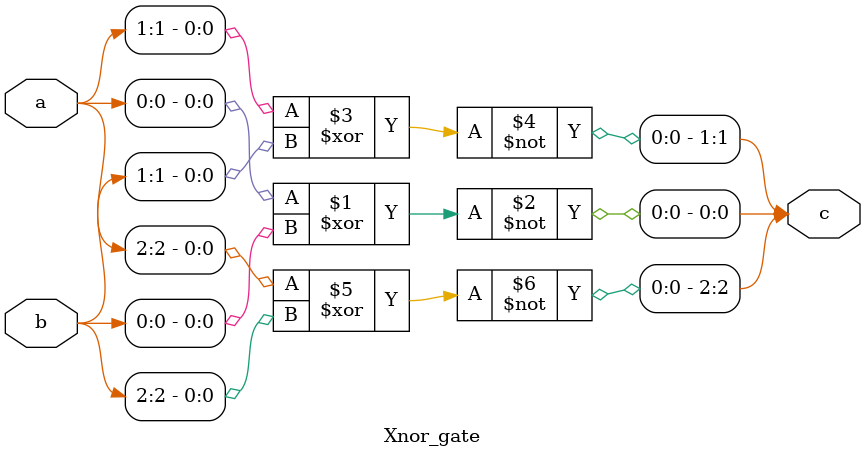
<source format=v>
`timescale 1ns / 1ps
module Xnor_gate(
input wire [2:0] a,b,
output wire [2:0] c
    );
assign c[0]=~(a[0]^b[0]); 
assign c[1]=~(a[1]^b[1]);
assign c[2]=~(a[2]^b[2]);

endmodule

</source>
